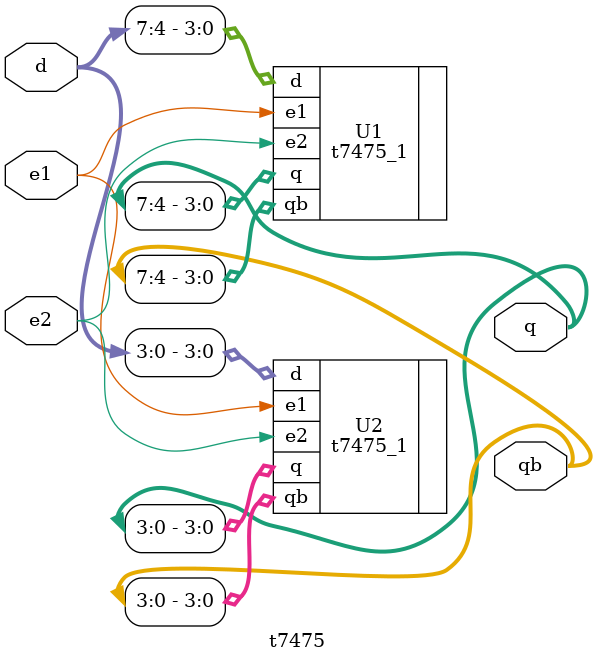
<source format=v>
module t7475(d, e1, e2, q, qb);
input [7:0] d;
input e1, e2;
output [7:0] q, qb;

t7475_1 U1 (.d(d[7:4]),.e1(e1),.e2(e2),.q(q[7:4]),.qb(qb[7:4]));
t7475_1 U2 (.d(d[3:0]),.e1(e1),.e2(e2),.q(q[3:0]),.qb(qb[3:0]));

endmodule
</source>
